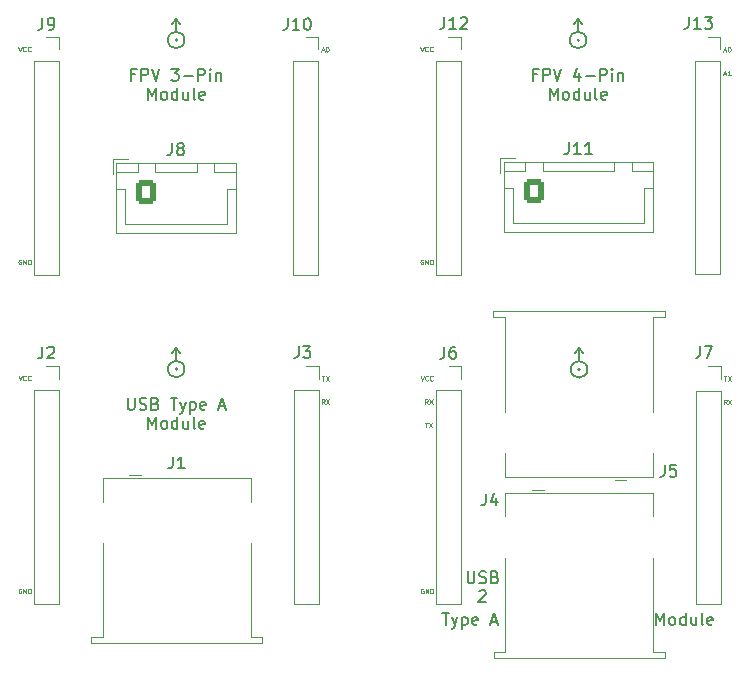
<source format=gbr>
%TF.GenerationSoftware,KiCad,Pcbnew,7.0.7*%
%TF.CreationDate,2023-10-06T19:00:49-06:00*%
%TF.ProjectId,Modular_Interfaces_No_GigE,4d6f6475-6c61-4725-9f49-6e7465726661,rev?*%
%TF.SameCoordinates,Original*%
%TF.FileFunction,Legend,Top*%
%TF.FilePolarity,Positive*%
%FSLAX46Y46*%
G04 Gerber Fmt 4.6, Leading zero omitted, Abs format (unit mm)*
G04 Created by KiCad (PCBNEW 7.0.7) date 2023-10-06 19:00:49*
%MOMM*%
%LPD*%
G01*
G04 APERTURE LIST*
G04 Aperture macros list*
%AMRoundRect*
0 Rectangle with rounded corners*
0 $1 Rounding radius*
0 $2 $3 $4 $5 $6 $7 $8 $9 X,Y pos of 4 corners*
0 Add a 4 corners polygon primitive as box body*
4,1,4,$2,$3,$4,$5,$6,$7,$8,$9,$2,$3,0*
0 Add four circle primitives for the rounded corners*
1,1,$1+$1,$2,$3*
1,1,$1+$1,$4,$5*
1,1,$1+$1,$6,$7*
1,1,$1+$1,$8,$9*
0 Add four rect primitives between the rounded corners*
20,1,$1+$1,$2,$3,$4,$5,0*
20,1,$1+$1,$4,$5,$6,$7,0*
20,1,$1+$1,$6,$7,$8,$9,0*
20,1,$1+$1,$8,$9,$2,$3,0*%
G04 Aperture macros list end*
%ADD10C,0.100000*%
%ADD11C,0.150000*%
%ADD12C,0.120000*%
%ADD13RoundRect,0.250000X-0.600000X-0.725000X0.600000X-0.725000X0.600000X0.725000X-0.600000X0.725000X0*%
%ADD14O,1.700000X1.950000*%
%ADD15R,1.350000X1.350000*%
%ADD16O,1.350000X1.350000*%
%ADD17R,1.600000X1.600000*%
%ADD18C,1.600000*%
%ADD19C,3.000000*%
G04 APERTURE END LIST*
D10*
X96088944Y-83930894D02*
X96050849Y-83911846D01*
X96050849Y-83911846D02*
X95993706Y-83911846D01*
X95993706Y-83911846D02*
X95936563Y-83930894D01*
X95936563Y-83930894D02*
X95898468Y-83968989D01*
X95898468Y-83968989D02*
X95879421Y-84007084D01*
X95879421Y-84007084D02*
X95860373Y-84083275D01*
X95860373Y-84083275D02*
X95860373Y-84140418D01*
X95860373Y-84140418D02*
X95879421Y-84216608D01*
X95879421Y-84216608D02*
X95898468Y-84254703D01*
X95898468Y-84254703D02*
X95936563Y-84292799D01*
X95936563Y-84292799D02*
X95993706Y-84311846D01*
X95993706Y-84311846D02*
X96031802Y-84311846D01*
X96031802Y-84311846D02*
X96088944Y-84292799D01*
X96088944Y-84292799D02*
X96107992Y-84273751D01*
X96107992Y-84273751D02*
X96107992Y-84140418D01*
X96107992Y-84140418D02*
X96031802Y-84140418D01*
X96279421Y-84311846D02*
X96279421Y-83911846D01*
X96279421Y-83911846D02*
X96507992Y-84311846D01*
X96507992Y-84311846D02*
X96507992Y-83911846D01*
X96698469Y-84311846D02*
X96698469Y-83911846D01*
X96698469Y-83911846D02*
X96793707Y-83911846D01*
X96793707Y-83911846D02*
X96850850Y-83930894D01*
X96850850Y-83930894D02*
X96888945Y-83968989D01*
X96888945Y-83968989D02*
X96907992Y-84007084D01*
X96907992Y-84007084D02*
X96927040Y-84083275D01*
X96927040Y-84083275D02*
X96927040Y-84140418D01*
X96927040Y-84140418D02*
X96907992Y-84216608D01*
X96907992Y-84216608D02*
X96888945Y-84254703D01*
X96888945Y-84254703D02*
X96850850Y-84292799D01*
X96850850Y-84292799D02*
X96793707Y-84311846D01*
X96793707Y-84311846D02*
X96698469Y-84311846D01*
X121535438Y-93770647D02*
X121764009Y-93770647D01*
X121649723Y-94170647D02*
X121649723Y-93770647D01*
X121859247Y-93770647D02*
X122125914Y-94170647D01*
X122125914Y-93770647D02*
X121859247Y-94170647D01*
D11*
X133880295Y-110308819D02*
X133880295Y-111118342D01*
X133880295Y-111118342D02*
X133927914Y-111213580D01*
X133927914Y-111213580D02*
X133975533Y-111261200D01*
X133975533Y-111261200D02*
X134070771Y-111308819D01*
X134070771Y-111308819D02*
X134261247Y-111308819D01*
X134261247Y-111308819D02*
X134356485Y-111261200D01*
X134356485Y-111261200D02*
X134404104Y-111213580D01*
X134404104Y-111213580D02*
X134451723Y-111118342D01*
X134451723Y-111118342D02*
X134451723Y-110308819D01*
X134880295Y-111261200D02*
X135023152Y-111308819D01*
X135023152Y-111308819D02*
X135261247Y-111308819D01*
X135261247Y-111308819D02*
X135356485Y-111261200D01*
X135356485Y-111261200D02*
X135404104Y-111213580D01*
X135404104Y-111213580D02*
X135451723Y-111118342D01*
X135451723Y-111118342D02*
X135451723Y-111023104D01*
X135451723Y-111023104D02*
X135404104Y-110927866D01*
X135404104Y-110927866D02*
X135356485Y-110880247D01*
X135356485Y-110880247D02*
X135261247Y-110832628D01*
X135261247Y-110832628D02*
X135070771Y-110785009D01*
X135070771Y-110785009D02*
X134975533Y-110737390D01*
X134975533Y-110737390D02*
X134927914Y-110689771D01*
X134927914Y-110689771D02*
X134880295Y-110594533D01*
X134880295Y-110594533D02*
X134880295Y-110499295D01*
X134880295Y-110499295D02*
X134927914Y-110404057D01*
X134927914Y-110404057D02*
X134975533Y-110356438D01*
X134975533Y-110356438D02*
X135070771Y-110308819D01*
X135070771Y-110308819D02*
X135308866Y-110308819D01*
X135308866Y-110308819D02*
X135451723Y-110356438D01*
X136213628Y-110785009D02*
X136356485Y-110832628D01*
X136356485Y-110832628D02*
X136404104Y-110880247D01*
X136404104Y-110880247D02*
X136451723Y-110975485D01*
X136451723Y-110975485D02*
X136451723Y-111118342D01*
X136451723Y-111118342D02*
X136404104Y-111213580D01*
X136404104Y-111213580D02*
X136356485Y-111261200D01*
X136356485Y-111261200D02*
X136261247Y-111308819D01*
X136261247Y-111308819D02*
X135880295Y-111308819D01*
X135880295Y-111308819D02*
X135880295Y-110308819D01*
X135880295Y-110308819D02*
X136213628Y-110308819D01*
X136213628Y-110308819D02*
X136308866Y-110356438D01*
X136308866Y-110356438D02*
X136356485Y-110404057D01*
X136356485Y-110404057D02*
X136404104Y-110499295D01*
X136404104Y-110499295D02*
X136404104Y-110594533D01*
X136404104Y-110594533D02*
X136356485Y-110689771D01*
X136356485Y-110689771D02*
X136308866Y-110737390D01*
X136308866Y-110737390D02*
X136213628Y-110785009D01*
X136213628Y-110785009D02*
X135880295Y-110785009D01*
X134856486Y-112014057D02*
X134904105Y-111966438D01*
X134904105Y-111966438D02*
X134999343Y-111918819D01*
X134999343Y-111918819D02*
X135237438Y-111918819D01*
X135237438Y-111918819D02*
X135332676Y-111966438D01*
X135332676Y-111966438D02*
X135380295Y-112014057D01*
X135380295Y-112014057D02*
X135427914Y-112109295D01*
X135427914Y-112109295D02*
X135427914Y-112204533D01*
X135427914Y-112204533D02*
X135380295Y-112347390D01*
X135380295Y-112347390D02*
X134808867Y-112918819D01*
X134808867Y-112918819D02*
X135427914Y-112918819D01*
D10*
X95866867Y-93750647D02*
X96000200Y-94150647D01*
X96000200Y-94150647D02*
X96133533Y-93750647D01*
X96495438Y-94112552D02*
X96476390Y-94131600D01*
X96476390Y-94131600D02*
X96419248Y-94150647D01*
X96419248Y-94150647D02*
X96381152Y-94150647D01*
X96381152Y-94150647D02*
X96324009Y-94131600D01*
X96324009Y-94131600D02*
X96285914Y-94093504D01*
X96285914Y-94093504D02*
X96266867Y-94055409D01*
X96266867Y-94055409D02*
X96247819Y-93979219D01*
X96247819Y-93979219D02*
X96247819Y-93922076D01*
X96247819Y-93922076D02*
X96266867Y-93845885D01*
X96266867Y-93845885D02*
X96285914Y-93807790D01*
X96285914Y-93807790D02*
X96324009Y-93769695D01*
X96324009Y-93769695D02*
X96381152Y-93750647D01*
X96381152Y-93750647D02*
X96419248Y-93750647D01*
X96419248Y-93750647D02*
X96476390Y-93769695D01*
X96476390Y-93769695D02*
X96495438Y-93788742D01*
X96895438Y-94112552D02*
X96876390Y-94131600D01*
X96876390Y-94131600D02*
X96819248Y-94150647D01*
X96819248Y-94150647D02*
X96781152Y-94150647D01*
X96781152Y-94150647D02*
X96724009Y-94131600D01*
X96724009Y-94131600D02*
X96685914Y-94093504D01*
X96685914Y-94093504D02*
X96666867Y-94055409D01*
X96666867Y-94055409D02*
X96647819Y-93979219D01*
X96647819Y-93979219D02*
X96647819Y-93922076D01*
X96647819Y-93922076D02*
X96666867Y-93845885D01*
X96666867Y-93845885D02*
X96685914Y-93807790D01*
X96685914Y-93807790D02*
X96724009Y-93769695D01*
X96724009Y-93769695D02*
X96781152Y-93750647D01*
X96781152Y-93750647D02*
X96819248Y-93750647D01*
X96819248Y-93750647D02*
X96876390Y-93769695D01*
X96876390Y-93769695D02*
X96895438Y-93788742D01*
X155577793Y-68196760D02*
X155768269Y-68196760D01*
X155539698Y-68311046D02*
X155673031Y-67911046D01*
X155673031Y-67911046D02*
X155806364Y-68311046D01*
X156149221Y-68311046D02*
X155920650Y-68311046D01*
X156034936Y-68311046D02*
X156034936Y-67911046D01*
X156034936Y-67911046D02*
X155996840Y-67968189D01*
X155996840Y-67968189D02*
X155958745Y-68006284D01*
X155958745Y-68006284D02*
X155920650Y-68025332D01*
X130137637Y-111798695D02*
X130099542Y-111779647D01*
X130099542Y-111779647D02*
X130042399Y-111779647D01*
X130042399Y-111779647D02*
X129985256Y-111798695D01*
X129985256Y-111798695D02*
X129947161Y-111836790D01*
X129947161Y-111836790D02*
X129928114Y-111874885D01*
X129928114Y-111874885D02*
X129909066Y-111951076D01*
X129909066Y-111951076D02*
X129909066Y-112008219D01*
X129909066Y-112008219D02*
X129928114Y-112084409D01*
X129928114Y-112084409D02*
X129947161Y-112122504D01*
X129947161Y-112122504D02*
X129985256Y-112160600D01*
X129985256Y-112160600D02*
X130042399Y-112179647D01*
X130042399Y-112179647D02*
X130080495Y-112179647D01*
X130080495Y-112179647D02*
X130137637Y-112160600D01*
X130137637Y-112160600D02*
X130156685Y-112141552D01*
X130156685Y-112141552D02*
X130156685Y-112008219D01*
X130156685Y-112008219D02*
X130080495Y-112008219D01*
X130328114Y-112179647D02*
X130328114Y-111779647D01*
X130328114Y-111779647D02*
X130556685Y-112179647D01*
X130556685Y-112179647D02*
X130556685Y-111779647D01*
X130747162Y-112179647D02*
X130747162Y-111779647D01*
X130747162Y-111779647D02*
X130842400Y-111779647D01*
X130842400Y-111779647D02*
X130899543Y-111798695D01*
X130899543Y-111798695D02*
X130937638Y-111836790D01*
X130937638Y-111836790D02*
X130956685Y-111874885D01*
X130956685Y-111874885D02*
X130975733Y-111951076D01*
X130975733Y-111951076D02*
X130975733Y-112008219D01*
X130975733Y-112008219D02*
X130956685Y-112084409D01*
X130956685Y-112084409D02*
X130937638Y-112122504D01*
X130937638Y-112122504D02*
X130899543Y-112160600D01*
X130899543Y-112160600D02*
X130842400Y-112179647D01*
X130842400Y-112179647D02*
X130747162Y-112179647D01*
X129890374Y-65891846D02*
X130023707Y-66291846D01*
X130023707Y-66291846D02*
X130157040Y-65891846D01*
X130518945Y-66253751D02*
X130499897Y-66272799D01*
X130499897Y-66272799D02*
X130442755Y-66291846D01*
X130442755Y-66291846D02*
X130404659Y-66291846D01*
X130404659Y-66291846D02*
X130347516Y-66272799D01*
X130347516Y-66272799D02*
X130309421Y-66234703D01*
X130309421Y-66234703D02*
X130290374Y-66196608D01*
X130290374Y-66196608D02*
X130271326Y-66120418D01*
X130271326Y-66120418D02*
X130271326Y-66063275D01*
X130271326Y-66063275D02*
X130290374Y-65987084D01*
X130290374Y-65987084D02*
X130309421Y-65948989D01*
X130309421Y-65948989D02*
X130347516Y-65910894D01*
X130347516Y-65910894D02*
X130404659Y-65891846D01*
X130404659Y-65891846D02*
X130442755Y-65891846D01*
X130442755Y-65891846D02*
X130499897Y-65910894D01*
X130499897Y-65910894D02*
X130518945Y-65929941D01*
X130918945Y-66253751D02*
X130899897Y-66272799D01*
X130899897Y-66272799D02*
X130842755Y-66291846D01*
X130842755Y-66291846D02*
X130804659Y-66291846D01*
X130804659Y-66291846D02*
X130747516Y-66272799D01*
X130747516Y-66272799D02*
X130709421Y-66234703D01*
X130709421Y-66234703D02*
X130690374Y-66196608D01*
X130690374Y-66196608D02*
X130671326Y-66120418D01*
X130671326Y-66120418D02*
X130671326Y-66063275D01*
X130671326Y-66063275D02*
X130690374Y-65987084D01*
X130690374Y-65987084D02*
X130709421Y-65948989D01*
X130709421Y-65948989D02*
X130747516Y-65910894D01*
X130747516Y-65910894D02*
X130804659Y-65891846D01*
X130804659Y-65891846D02*
X130842755Y-65891846D01*
X130842755Y-65891846D02*
X130899897Y-65910894D01*
X130899897Y-65910894D02*
X130918945Y-65929941D01*
X121547993Y-66197560D02*
X121738469Y-66197560D01*
X121509898Y-66311846D02*
X121643231Y-65911846D01*
X121643231Y-65911846D02*
X121776564Y-66311846D01*
X121986088Y-65911846D02*
X122024183Y-65911846D01*
X122024183Y-65911846D02*
X122062279Y-65930894D01*
X122062279Y-65930894D02*
X122081326Y-65949941D01*
X122081326Y-65949941D02*
X122100374Y-65988037D01*
X122100374Y-65988037D02*
X122119421Y-66064227D01*
X122119421Y-66064227D02*
X122119421Y-66159465D01*
X122119421Y-66159465D02*
X122100374Y-66235656D01*
X122100374Y-66235656D02*
X122081326Y-66273751D01*
X122081326Y-66273751D02*
X122062279Y-66292799D01*
X122062279Y-66292799D02*
X122024183Y-66311846D01*
X122024183Y-66311846D02*
X121986088Y-66311846D01*
X121986088Y-66311846D02*
X121947993Y-66292799D01*
X121947993Y-66292799D02*
X121928945Y-66273751D01*
X121928945Y-66273751D02*
X121909898Y-66235656D01*
X121909898Y-66235656D02*
X121890850Y-66159465D01*
X121890850Y-66159465D02*
X121890850Y-66064227D01*
X121890850Y-66064227D02*
X121909898Y-65988037D01*
X121909898Y-65988037D02*
X121928945Y-65949941D01*
X121928945Y-65949941D02*
X121947993Y-65930894D01*
X121947993Y-65930894D02*
X121986088Y-65911846D01*
X95860374Y-65891846D02*
X95993707Y-66291846D01*
X95993707Y-66291846D02*
X96127040Y-65891846D01*
X96488945Y-66253751D02*
X96469897Y-66272799D01*
X96469897Y-66272799D02*
X96412755Y-66291846D01*
X96412755Y-66291846D02*
X96374659Y-66291846D01*
X96374659Y-66291846D02*
X96317516Y-66272799D01*
X96317516Y-66272799D02*
X96279421Y-66234703D01*
X96279421Y-66234703D02*
X96260374Y-66196608D01*
X96260374Y-66196608D02*
X96241326Y-66120418D01*
X96241326Y-66120418D02*
X96241326Y-66063275D01*
X96241326Y-66063275D02*
X96260374Y-65987084D01*
X96260374Y-65987084D02*
X96279421Y-65948989D01*
X96279421Y-65948989D02*
X96317516Y-65910894D01*
X96317516Y-65910894D02*
X96374659Y-65891846D01*
X96374659Y-65891846D02*
X96412755Y-65891846D01*
X96412755Y-65891846D02*
X96469897Y-65910894D01*
X96469897Y-65910894D02*
X96488945Y-65929941D01*
X96888945Y-66253751D02*
X96869897Y-66272799D01*
X96869897Y-66272799D02*
X96812755Y-66291846D01*
X96812755Y-66291846D02*
X96774659Y-66291846D01*
X96774659Y-66291846D02*
X96717516Y-66272799D01*
X96717516Y-66272799D02*
X96679421Y-66234703D01*
X96679421Y-66234703D02*
X96660374Y-66196608D01*
X96660374Y-66196608D02*
X96641326Y-66120418D01*
X96641326Y-66120418D02*
X96641326Y-66063275D01*
X96641326Y-66063275D02*
X96660374Y-65987084D01*
X96660374Y-65987084D02*
X96679421Y-65948989D01*
X96679421Y-65948989D02*
X96717516Y-65910894D01*
X96717516Y-65910894D02*
X96774659Y-65891846D01*
X96774659Y-65891846D02*
X96812755Y-65891846D01*
X96812755Y-65891846D02*
X96869897Y-65910894D01*
X96869897Y-65910894D02*
X96888945Y-65929941D01*
D11*
X149861247Y-114843819D02*
X149861247Y-113843819D01*
X149861247Y-113843819D02*
X150194580Y-114558104D01*
X150194580Y-114558104D02*
X150527913Y-113843819D01*
X150527913Y-113843819D02*
X150527913Y-114843819D01*
X151146961Y-114843819D02*
X151051723Y-114796200D01*
X151051723Y-114796200D02*
X151004104Y-114748580D01*
X151004104Y-114748580D02*
X150956485Y-114653342D01*
X150956485Y-114653342D02*
X150956485Y-114367628D01*
X150956485Y-114367628D02*
X151004104Y-114272390D01*
X151004104Y-114272390D02*
X151051723Y-114224771D01*
X151051723Y-114224771D02*
X151146961Y-114177152D01*
X151146961Y-114177152D02*
X151289818Y-114177152D01*
X151289818Y-114177152D02*
X151385056Y-114224771D01*
X151385056Y-114224771D02*
X151432675Y-114272390D01*
X151432675Y-114272390D02*
X151480294Y-114367628D01*
X151480294Y-114367628D02*
X151480294Y-114653342D01*
X151480294Y-114653342D02*
X151432675Y-114748580D01*
X151432675Y-114748580D02*
X151385056Y-114796200D01*
X151385056Y-114796200D02*
X151289818Y-114843819D01*
X151289818Y-114843819D02*
X151146961Y-114843819D01*
X152337437Y-114843819D02*
X152337437Y-113843819D01*
X152337437Y-114796200D02*
X152242199Y-114843819D01*
X152242199Y-114843819D02*
X152051723Y-114843819D01*
X152051723Y-114843819D02*
X151956485Y-114796200D01*
X151956485Y-114796200D02*
X151908866Y-114748580D01*
X151908866Y-114748580D02*
X151861247Y-114653342D01*
X151861247Y-114653342D02*
X151861247Y-114367628D01*
X151861247Y-114367628D02*
X151908866Y-114272390D01*
X151908866Y-114272390D02*
X151956485Y-114224771D01*
X151956485Y-114224771D02*
X152051723Y-114177152D01*
X152051723Y-114177152D02*
X152242199Y-114177152D01*
X152242199Y-114177152D02*
X152337437Y-114224771D01*
X153242199Y-114177152D02*
X153242199Y-114843819D01*
X152813628Y-114177152D02*
X152813628Y-114700961D01*
X152813628Y-114700961D02*
X152861247Y-114796200D01*
X152861247Y-114796200D02*
X152956485Y-114843819D01*
X152956485Y-114843819D02*
X153099342Y-114843819D01*
X153099342Y-114843819D02*
X153194580Y-114796200D01*
X153194580Y-114796200D02*
X153242199Y-114748580D01*
X153861247Y-114843819D02*
X153766009Y-114796200D01*
X153766009Y-114796200D02*
X153718390Y-114700961D01*
X153718390Y-114700961D02*
X153718390Y-113843819D01*
X154623152Y-114796200D02*
X154527914Y-114843819D01*
X154527914Y-114843819D02*
X154337438Y-114843819D01*
X154337438Y-114843819D02*
X154242200Y-114796200D01*
X154242200Y-114796200D02*
X154194581Y-114700961D01*
X154194581Y-114700961D02*
X154194581Y-114320009D01*
X154194581Y-114320009D02*
X154242200Y-114224771D01*
X154242200Y-114224771D02*
X154337438Y-114177152D01*
X154337438Y-114177152D02*
X154527914Y-114177152D01*
X154527914Y-114177152D02*
X154623152Y-114224771D01*
X154623152Y-114224771D02*
X154670771Y-114320009D01*
X154670771Y-114320009D02*
X154670771Y-114415247D01*
X154670771Y-114415247D02*
X154194581Y-114510485D01*
D10*
X130287438Y-97728847D02*
X130516009Y-97728847D01*
X130401723Y-98128847D02*
X130401723Y-97728847D01*
X130611247Y-97728847D02*
X130877914Y-98128847D01*
X130877914Y-97728847D02*
X130611247Y-98128847D01*
X96095437Y-111789695D02*
X96057342Y-111770647D01*
X96057342Y-111770647D02*
X96000199Y-111770647D01*
X96000199Y-111770647D02*
X95943056Y-111789695D01*
X95943056Y-111789695D02*
X95904961Y-111827790D01*
X95904961Y-111827790D02*
X95885914Y-111865885D01*
X95885914Y-111865885D02*
X95866866Y-111942076D01*
X95866866Y-111942076D02*
X95866866Y-111999219D01*
X95866866Y-111999219D02*
X95885914Y-112075409D01*
X95885914Y-112075409D02*
X95904961Y-112113504D01*
X95904961Y-112113504D02*
X95943056Y-112151600D01*
X95943056Y-112151600D02*
X96000199Y-112170647D01*
X96000199Y-112170647D02*
X96038295Y-112170647D01*
X96038295Y-112170647D02*
X96095437Y-112151600D01*
X96095437Y-112151600D02*
X96114485Y-112132552D01*
X96114485Y-112132552D02*
X96114485Y-111999219D01*
X96114485Y-111999219D02*
X96038295Y-111999219D01*
X96285914Y-112170647D02*
X96285914Y-111770647D01*
X96285914Y-111770647D02*
X96514485Y-112170647D01*
X96514485Y-112170647D02*
X96514485Y-111770647D01*
X96704962Y-112170647D02*
X96704962Y-111770647D01*
X96704962Y-111770647D02*
X96800200Y-111770647D01*
X96800200Y-111770647D02*
X96857343Y-111789695D01*
X96857343Y-111789695D02*
X96895438Y-111827790D01*
X96895438Y-111827790D02*
X96914485Y-111865885D01*
X96914485Y-111865885D02*
X96933533Y-111942076D01*
X96933533Y-111942076D02*
X96933533Y-111999219D01*
X96933533Y-111999219D02*
X96914485Y-112075409D01*
X96914485Y-112075409D02*
X96895438Y-112113504D01*
X96895438Y-112113504D02*
X96857343Y-112151600D01*
X96857343Y-112151600D02*
X96800200Y-112170647D01*
X96800200Y-112170647D02*
X96704962Y-112170647D01*
X121773533Y-96160647D02*
X121640200Y-95970171D01*
X121544962Y-96160647D02*
X121544962Y-95760647D01*
X121544962Y-95760647D02*
X121697343Y-95760647D01*
X121697343Y-95760647D02*
X121735438Y-95779695D01*
X121735438Y-95779695D02*
X121754485Y-95798742D01*
X121754485Y-95798742D02*
X121773533Y-95836838D01*
X121773533Y-95836838D02*
X121773533Y-95893980D01*
X121773533Y-95893980D02*
X121754485Y-95932076D01*
X121754485Y-95932076D02*
X121735438Y-95951123D01*
X121735438Y-95951123D02*
X121697343Y-95970171D01*
X121697343Y-95970171D02*
X121544962Y-95970171D01*
X121906866Y-95760647D02*
X122173533Y-96160647D01*
X122173533Y-95760647D02*
X121906866Y-96160647D01*
X130525533Y-96138847D02*
X130392200Y-95948371D01*
X130296962Y-96138847D02*
X130296962Y-95738847D01*
X130296962Y-95738847D02*
X130449343Y-95738847D01*
X130449343Y-95738847D02*
X130487438Y-95757895D01*
X130487438Y-95757895D02*
X130506485Y-95776942D01*
X130506485Y-95776942D02*
X130525533Y-95815038D01*
X130525533Y-95815038D02*
X130525533Y-95872180D01*
X130525533Y-95872180D02*
X130506485Y-95910276D01*
X130506485Y-95910276D02*
X130487438Y-95929323D01*
X130487438Y-95929323D02*
X130449343Y-95948371D01*
X130449343Y-95948371D02*
X130296962Y-95948371D01*
X130658866Y-95738847D02*
X130925533Y-96138847D01*
X130925533Y-95738847D02*
X130658866Y-96138847D01*
X155815733Y-96169647D02*
X155682400Y-95979171D01*
X155587162Y-96169647D02*
X155587162Y-95769647D01*
X155587162Y-95769647D02*
X155739543Y-95769647D01*
X155739543Y-95769647D02*
X155777638Y-95788695D01*
X155777638Y-95788695D02*
X155796685Y-95807742D01*
X155796685Y-95807742D02*
X155815733Y-95845838D01*
X155815733Y-95845838D02*
X155815733Y-95902980D01*
X155815733Y-95902980D02*
X155796685Y-95941076D01*
X155796685Y-95941076D02*
X155777638Y-95960123D01*
X155777638Y-95960123D02*
X155739543Y-95979171D01*
X155739543Y-95979171D02*
X155587162Y-95979171D01*
X155949066Y-95769647D02*
X156215733Y-96169647D01*
X156215733Y-95769647D02*
X155949066Y-96169647D01*
X129909067Y-93759647D02*
X130042400Y-94159647D01*
X130042400Y-94159647D02*
X130175733Y-93759647D01*
X130537638Y-94121552D02*
X130518590Y-94140600D01*
X130518590Y-94140600D02*
X130461448Y-94159647D01*
X130461448Y-94159647D02*
X130423352Y-94159647D01*
X130423352Y-94159647D02*
X130366209Y-94140600D01*
X130366209Y-94140600D02*
X130328114Y-94102504D01*
X130328114Y-94102504D02*
X130309067Y-94064409D01*
X130309067Y-94064409D02*
X130290019Y-93988219D01*
X130290019Y-93988219D02*
X130290019Y-93931076D01*
X130290019Y-93931076D02*
X130309067Y-93854885D01*
X130309067Y-93854885D02*
X130328114Y-93816790D01*
X130328114Y-93816790D02*
X130366209Y-93778695D01*
X130366209Y-93778695D02*
X130423352Y-93759647D01*
X130423352Y-93759647D02*
X130461448Y-93759647D01*
X130461448Y-93759647D02*
X130518590Y-93778695D01*
X130518590Y-93778695D02*
X130537638Y-93797742D01*
X130937638Y-94121552D02*
X130918590Y-94140600D01*
X130918590Y-94140600D02*
X130861448Y-94159647D01*
X130861448Y-94159647D02*
X130823352Y-94159647D01*
X130823352Y-94159647D02*
X130766209Y-94140600D01*
X130766209Y-94140600D02*
X130728114Y-94102504D01*
X130728114Y-94102504D02*
X130709067Y-94064409D01*
X130709067Y-94064409D02*
X130690019Y-93988219D01*
X130690019Y-93988219D02*
X130690019Y-93931076D01*
X130690019Y-93931076D02*
X130709067Y-93854885D01*
X130709067Y-93854885D02*
X130728114Y-93816790D01*
X130728114Y-93816790D02*
X130766209Y-93778695D01*
X130766209Y-93778695D02*
X130823352Y-93759647D01*
X130823352Y-93759647D02*
X130861448Y-93759647D01*
X130861448Y-93759647D02*
X130918590Y-93778695D01*
X130918590Y-93778695D02*
X130937638Y-93797742D01*
D11*
X139784126Y-68246008D02*
X139450793Y-68246008D01*
X139450793Y-68769818D02*
X139450793Y-67769818D01*
X139450793Y-67769818D02*
X139926983Y-67769818D01*
X140307936Y-68769818D02*
X140307936Y-67769818D01*
X140307936Y-67769818D02*
X140688888Y-67769818D01*
X140688888Y-67769818D02*
X140784126Y-67817437D01*
X140784126Y-67817437D02*
X140831745Y-67865056D01*
X140831745Y-67865056D02*
X140879364Y-67960294D01*
X140879364Y-67960294D02*
X140879364Y-68103151D01*
X140879364Y-68103151D02*
X140831745Y-68198389D01*
X140831745Y-68198389D02*
X140784126Y-68246008D01*
X140784126Y-68246008D02*
X140688888Y-68293627D01*
X140688888Y-68293627D02*
X140307936Y-68293627D01*
X141165079Y-67769818D02*
X141498412Y-68769818D01*
X141498412Y-68769818D02*
X141831745Y-67769818D01*
X143355555Y-68103151D02*
X143355555Y-68769818D01*
X143117460Y-67722199D02*
X142879365Y-68436484D01*
X142879365Y-68436484D02*
X143498412Y-68436484D01*
X143879365Y-68388865D02*
X144641270Y-68388865D01*
X145117460Y-68769818D02*
X145117460Y-67769818D01*
X145117460Y-67769818D02*
X145498412Y-67769818D01*
X145498412Y-67769818D02*
X145593650Y-67817437D01*
X145593650Y-67817437D02*
X145641269Y-67865056D01*
X145641269Y-67865056D02*
X145688888Y-67960294D01*
X145688888Y-67960294D02*
X145688888Y-68103151D01*
X145688888Y-68103151D02*
X145641269Y-68198389D01*
X145641269Y-68198389D02*
X145593650Y-68246008D01*
X145593650Y-68246008D02*
X145498412Y-68293627D01*
X145498412Y-68293627D02*
X145117460Y-68293627D01*
X146117460Y-68769818D02*
X146117460Y-68103151D01*
X146117460Y-67769818D02*
X146069841Y-67817437D01*
X146069841Y-67817437D02*
X146117460Y-67865056D01*
X146117460Y-67865056D02*
X146165079Y-67817437D01*
X146165079Y-67817437D02*
X146117460Y-67769818D01*
X146117460Y-67769818D02*
X146117460Y-67865056D01*
X146593650Y-68103151D02*
X146593650Y-68769818D01*
X146593650Y-68198389D02*
X146641269Y-68150770D01*
X146641269Y-68150770D02*
X146736507Y-68103151D01*
X146736507Y-68103151D02*
X146879364Y-68103151D01*
X146879364Y-68103151D02*
X146974602Y-68150770D01*
X146974602Y-68150770D02*
X147022221Y-68246008D01*
X147022221Y-68246008D02*
X147022221Y-68769818D01*
X140855554Y-70379818D02*
X140855554Y-69379818D01*
X140855554Y-69379818D02*
X141188887Y-70094103D01*
X141188887Y-70094103D02*
X141522220Y-69379818D01*
X141522220Y-69379818D02*
X141522220Y-70379818D01*
X142141268Y-70379818D02*
X142046030Y-70332199D01*
X142046030Y-70332199D02*
X141998411Y-70284579D01*
X141998411Y-70284579D02*
X141950792Y-70189341D01*
X141950792Y-70189341D02*
X141950792Y-69903627D01*
X141950792Y-69903627D02*
X141998411Y-69808389D01*
X141998411Y-69808389D02*
X142046030Y-69760770D01*
X142046030Y-69760770D02*
X142141268Y-69713151D01*
X142141268Y-69713151D02*
X142284125Y-69713151D01*
X142284125Y-69713151D02*
X142379363Y-69760770D01*
X142379363Y-69760770D02*
X142426982Y-69808389D01*
X142426982Y-69808389D02*
X142474601Y-69903627D01*
X142474601Y-69903627D02*
X142474601Y-70189341D01*
X142474601Y-70189341D02*
X142426982Y-70284579D01*
X142426982Y-70284579D02*
X142379363Y-70332199D01*
X142379363Y-70332199D02*
X142284125Y-70379818D01*
X142284125Y-70379818D02*
X142141268Y-70379818D01*
X143331744Y-70379818D02*
X143331744Y-69379818D01*
X143331744Y-70332199D02*
X143236506Y-70379818D01*
X143236506Y-70379818D02*
X143046030Y-70379818D01*
X143046030Y-70379818D02*
X142950792Y-70332199D01*
X142950792Y-70332199D02*
X142903173Y-70284579D01*
X142903173Y-70284579D02*
X142855554Y-70189341D01*
X142855554Y-70189341D02*
X142855554Y-69903627D01*
X142855554Y-69903627D02*
X142903173Y-69808389D01*
X142903173Y-69808389D02*
X142950792Y-69760770D01*
X142950792Y-69760770D02*
X143046030Y-69713151D01*
X143046030Y-69713151D02*
X143236506Y-69713151D01*
X143236506Y-69713151D02*
X143331744Y-69760770D01*
X144236506Y-69713151D02*
X144236506Y-70379818D01*
X143807935Y-69713151D02*
X143807935Y-70236960D01*
X143807935Y-70236960D02*
X143855554Y-70332199D01*
X143855554Y-70332199D02*
X143950792Y-70379818D01*
X143950792Y-70379818D02*
X144093649Y-70379818D01*
X144093649Y-70379818D02*
X144188887Y-70332199D01*
X144188887Y-70332199D02*
X144236506Y-70284579D01*
X144855554Y-70379818D02*
X144760316Y-70332199D01*
X144760316Y-70332199D02*
X144712697Y-70236960D01*
X144712697Y-70236960D02*
X144712697Y-69379818D01*
X145617459Y-70332199D02*
X145522221Y-70379818D01*
X145522221Y-70379818D02*
X145331745Y-70379818D01*
X145331745Y-70379818D02*
X145236507Y-70332199D01*
X145236507Y-70332199D02*
X145188888Y-70236960D01*
X145188888Y-70236960D02*
X145188888Y-69856008D01*
X145188888Y-69856008D02*
X145236507Y-69760770D01*
X145236507Y-69760770D02*
X145331745Y-69713151D01*
X145331745Y-69713151D02*
X145522221Y-69713151D01*
X145522221Y-69713151D02*
X145617459Y-69760770D01*
X145617459Y-69760770D02*
X145665078Y-69856008D01*
X145665078Y-69856008D02*
X145665078Y-69951246D01*
X145665078Y-69951246D02*
X145188888Y-70046484D01*
X105117761Y-95628619D02*
X105117761Y-96438142D01*
X105117761Y-96438142D02*
X105165380Y-96533380D01*
X105165380Y-96533380D02*
X105212999Y-96581000D01*
X105212999Y-96581000D02*
X105308237Y-96628619D01*
X105308237Y-96628619D02*
X105498713Y-96628619D01*
X105498713Y-96628619D02*
X105593951Y-96581000D01*
X105593951Y-96581000D02*
X105641570Y-96533380D01*
X105641570Y-96533380D02*
X105689189Y-96438142D01*
X105689189Y-96438142D02*
X105689189Y-95628619D01*
X106117761Y-96581000D02*
X106260618Y-96628619D01*
X106260618Y-96628619D02*
X106498713Y-96628619D01*
X106498713Y-96628619D02*
X106593951Y-96581000D01*
X106593951Y-96581000D02*
X106641570Y-96533380D01*
X106641570Y-96533380D02*
X106689189Y-96438142D01*
X106689189Y-96438142D02*
X106689189Y-96342904D01*
X106689189Y-96342904D02*
X106641570Y-96247666D01*
X106641570Y-96247666D02*
X106593951Y-96200047D01*
X106593951Y-96200047D02*
X106498713Y-96152428D01*
X106498713Y-96152428D02*
X106308237Y-96104809D01*
X106308237Y-96104809D02*
X106212999Y-96057190D01*
X106212999Y-96057190D02*
X106165380Y-96009571D01*
X106165380Y-96009571D02*
X106117761Y-95914333D01*
X106117761Y-95914333D02*
X106117761Y-95819095D01*
X106117761Y-95819095D02*
X106165380Y-95723857D01*
X106165380Y-95723857D02*
X106212999Y-95676238D01*
X106212999Y-95676238D02*
X106308237Y-95628619D01*
X106308237Y-95628619D02*
X106546332Y-95628619D01*
X106546332Y-95628619D02*
X106689189Y-95676238D01*
X107451094Y-96104809D02*
X107593951Y-96152428D01*
X107593951Y-96152428D02*
X107641570Y-96200047D01*
X107641570Y-96200047D02*
X107689189Y-96295285D01*
X107689189Y-96295285D02*
X107689189Y-96438142D01*
X107689189Y-96438142D02*
X107641570Y-96533380D01*
X107641570Y-96533380D02*
X107593951Y-96581000D01*
X107593951Y-96581000D02*
X107498713Y-96628619D01*
X107498713Y-96628619D02*
X107117761Y-96628619D01*
X107117761Y-96628619D02*
X107117761Y-95628619D01*
X107117761Y-95628619D02*
X107451094Y-95628619D01*
X107451094Y-95628619D02*
X107546332Y-95676238D01*
X107546332Y-95676238D02*
X107593951Y-95723857D01*
X107593951Y-95723857D02*
X107641570Y-95819095D01*
X107641570Y-95819095D02*
X107641570Y-95914333D01*
X107641570Y-95914333D02*
X107593951Y-96009571D01*
X107593951Y-96009571D02*
X107546332Y-96057190D01*
X107546332Y-96057190D02*
X107451094Y-96104809D01*
X107451094Y-96104809D02*
X107117761Y-96104809D01*
X108736809Y-95628619D02*
X109308237Y-95628619D01*
X109022523Y-96628619D02*
X109022523Y-95628619D01*
X109546333Y-95961952D02*
X109784428Y-96628619D01*
X110022523Y-95961952D02*
X109784428Y-96628619D01*
X109784428Y-96628619D02*
X109689190Y-96866714D01*
X109689190Y-96866714D02*
X109641571Y-96914333D01*
X109641571Y-96914333D02*
X109546333Y-96961952D01*
X110403476Y-95961952D02*
X110403476Y-96961952D01*
X110403476Y-96009571D02*
X110498714Y-95961952D01*
X110498714Y-95961952D02*
X110689190Y-95961952D01*
X110689190Y-95961952D02*
X110784428Y-96009571D01*
X110784428Y-96009571D02*
X110832047Y-96057190D01*
X110832047Y-96057190D02*
X110879666Y-96152428D01*
X110879666Y-96152428D02*
X110879666Y-96438142D01*
X110879666Y-96438142D02*
X110832047Y-96533380D01*
X110832047Y-96533380D02*
X110784428Y-96581000D01*
X110784428Y-96581000D02*
X110689190Y-96628619D01*
X110689190Y-96628619D02*
X110498714Y-96628619D01*
X110498714Y-96628619D02*
X110403476Y-96581000D01*
X111689190Y-96581000D02*
X111593952Y-96628619D01*
X111593952Y-96628619D02*
X111403476Y-96628619D01*
X111403476Y-96628619D02*
X111308238Y-96581000D01*
X111308238Y-96581000D02*
X111260619Y-96485761D01*
X111260619Y-96485761D02*
X111260619Y-96104809D01*
X111260619Y-96104809D02*
X111308238Y-96009571D01*
X111308238Y-96009571D02*
X111403476Y-95961952D01*
X111403476Y-95961952D02*
X111593952Y-95961952D01*
X111593952Y-95961952D02*
X111689190Y-96009571D01*
X111689190Y-96009571D02*
X111736809Y-96104809D01*
X111736809Y-96104809D02*
X111736809Y-96200047D01*
X111736809Y-96200047D02*
X111260619Y-96295285D01*
X112879667Y-96342904D02*
X113355857Y-96342904D01*
X112784429Y-96628619D02*
X113117762Y-95628619D01*
X113117762Y-95628619D02*
X113451095Y-96628619D01*
X106832047Y-98238619D02*
X106832047Y-97238619D01*
X106832047Y-97238619D02*
X107165380Y-97952904D01*
X107165380Y-97952904D02*
X107498713Y-97238619D01*
X107498713Y-97238619D02*
X107498713Y-98238619D01*
X108117761Y-98238619D02*
X108022523Y-98191000D01*
X108022523Y-98191000D02*
X107974904Y-98143380D01*
X107974904Y-98143380D02*
X107927285Y-98048142D01*
X107927285Y-98048142D02*
X107927285Y-97762428D01*
X107927285Y-97762428D02*
X107974904Y-97667190D01*
X107974904Y-97667190D02*
X108022523Y-97619571D01*
X108022523Y-97619571D02*
X108117761Y-97571952D01*
X108117761Y-97571952D02*
X108260618Y-97571952D01*
X108260618Y-97571952D02*
X108355856Y-97619571D01*
X108355856Y-97619571D02*
X108403475Y-97667190D01*
X108403475Y-97667190D02*
X108451094Y-97762428D01*
X108451094Y-97762428D02*
X108451094Y-98048142D01*
X108451094Y-98048142D02*
X108403475Y-98143380D01*
X108403475Y-98143380D02*
X108355856Y-98191000D01*
X108355856Y-98191000D02*
X108260618Y-98238619D01*
X108260618Y-98238619D02*
X108117761Y-98238619D01*
X109308237Y-98238619D02*
X109308237Y-97238619D01*
X109308237Y-98191000D02*
X109212999Y-98238619D01*
X109212999Y-98238619D02*
X109022523Y-98238619D01*
X109022523Y-98238619D02*
X108927285Y-98191000D01*
X108927285Y-98191000D02*
X108879666Y-98143380D01*
X108879666Y-98143380D02*
X108832047Y-98048142D01*
X108832047Y-98048142D02*
X108832047Y-97762428D01*
X108832047Y-97762428D02*
X108879666Y-97667190D01*
X108879666Y-97667190D02*
X108927285Y-97619571D01*
X108927285Y-97619571D02*
X109022523Y-97571952D01*
X109022523Y-97571952D02*
X109212999Y-97571952D01*
X109212999Y-97571952D02*
X109308237Y-97619571D01*
X110212999Y-97571952D02*
X110212999Y-98238619D01*
X109784428Y-97571952D02*
X109784428Y-98095761D01*
X109784428Y-98095761D02*
X109832047Y-98191000D01*
X109832047Y-98191000D02*
X109927285Y-98238619D01*
X109927285Y-98238619D02*
X110070142Y-98238619D01*
X110070142Y-98238619D02*
X110165380Y-98191000D01*
X110165380Y-98191000D02*
X110212999Y-98143380D01*
X110832047Y-98238619D02*
X110736809Y-98191000D01*
X110736809Y-98191000D02*
X110689190Y-98095761D01*
X110689190Y-98095761D02*
X110689190Y-97238619D01*
X111593952Y-98191000D02*
X111498714Y-98238619D01*
X111498714Y-98238619D02*
X111308238Y-98238619D01*
X111308238Y-98238619D02*
X111213000Y-98191000D01*
X111213000Y-98191000D02*
X111165381Y-98095761D01*
X111165381Y-98095761D02*
X111165381Y-97714809D01*
X111165381Y-97714809D02*
X111213000Y-97619571D01*
X111213000Y-97619571D02*
X111308238Y-97571952D01*
X111308238Y-97571952D02*
X111498714Y-97571952D01*
X111498714Y-97571952D02*
X111593952Y-97619571D01*
X111593952Y-97619571D02*
X111641571Y-97714809D01*
X111641571Y-97714809D02*
X111641571Y-97810047D01*
X111641571Y-97810047D02*
X111165381Y-97905285D01*
D10*
X155577993Y-66197560D02*
X155768469Y-66197560D01*
X155539898Y-66311846D02*
X155673231Y-65911846D01*
X155673231Y-65911846D02*
X155806564Y-66311846D01*
X156016088Y-65911846D02*
X156054183Y-65911846D01*
X156054183Y-65911846D02*
X156092279Y-65930894D01*
X156092279Y-65930894D02*
X156111326Y-65949941D01*
X156111326Y-65949941D02*
X156130374Y-65988037D01*
X156130374Y-65988037D02*
X156149421Y-66064227D01*
X156149421Y-66064227D02*
X156149421Y-66159465D01*
X156149421Y-66159465D02*
X156130374Y-66235656D01*
X156130374Y-66235656D02*
X156111326Y-66273751D01*
X156111326Y-66273751D02*
X156092279Y-66292799D01*
X156092279Y-66292799D02*
X156054183Y-66311846D01*
X156054183Y-66311846D02*
X156016088Y-66311846D01*
X156016088Y-66311846D02*
X155977993Y-66292799D01*
X155977993Y-66292799D02*
X155958945Y-66273751D01*
X155958945Y-66273751D02*
X155939898Y-66235656D01*
X155939898Y-66235656D02*
X155920850Y-66159465D01*
X155920850Y-66159465D02*
X155920850Y-66064227D01*
X155920850Y-66064227D02*
X155939898Y-65988037D01*
X155939898Y-65988037D02*
X155958945Y-65949941D01*
X155958945Y-65949941D02*
X155977993Y-65930894D01*
X155977993Y-65930894D02*
X156016088Y-65911846D01*
X155577638Y-93779647D02*
X155806209Y-93779647D01*
X155691923Y-94179647D02*
X155691923Y-93779647D01*
X155901447Y-93779647D02*
X156168114Y-94179647D01*
X156168114Y-93779647D02*
X155901447Y-94179647D01*
D11*
X105754126Y-68246008D02*
X105420793Y-68246008D01*
X105420793Y-68769818D02*
X105420793Y-67769818D01*
X105420793Y-67769818D02*
X105896983Y-67769818D01*
X106277936Y-68769818D02*
X106277936Y-67769818D01*
X106277936Y-67769818D02*
X106658888Y-67769818D01*
X106658888Y-67769818D02*
X106754126Y-67817437D01*
X106754126Y-67817437D02*
X106801745Y-67865056D01*
X106801745Y-67865056D02*
X106849364Y-67960294D01*
X106849364Y-67960294D02*
X106849364Y-68103151D01*
X106849364Y-68103151D02*
X106801745Y-68198389D01*
X106801745Y-68198389D02*
X106754126Y-68246008D01*
X106754126Y-68246008D02*
X106658888Y-68293627D01*
X106658888Y-68293627D02*
X106277936Y-68293627D01*
X107135079Y-67769818D02*
X107468412Y-68769818D01*
X107468412Y-68769818D02*
X107801745Y-67769818D01*
X108801746Y-67769818D02*
X109420793Y-67769818D01*
X109420793Y-67769818D02*
X109087460Y-68150770D01*
X109087460Y-68150770D02*
X109230317Y-68150770D01*
X109230317Y-68150770D02*
X109325555Y-68198389D01*
X109325555Y-68198389D02*
X109373174Y-68246008D01*
X109373174Y-68246008D02*
X109420793Y-68341246D01*
X109420793Y-68341246D02*
X109420793Y-68579341D01*
X109420793Y-68579341D02*
X109373174Y-68674579D01*
X109373174Y-68674579D02*
X109325555Y-68722199D01*
X109325555Y-68722199D02*
X109230317Y-68769818D01*
X109230317Y-68769818D02*
X108944603Y-68769818D01*
X108944603Y-68769818D02*
X108849365Y-68722199D01*
X108849365Y-68722199D02*
X108801746Y-68674579D01*
X109849365Y-68388865D02*
X110611270Y-68388865D01*
X111087460Y-68769818D02*
X111087460Y-67769818D01*
X111087460Y-67769818D02*
X111468412Y-67769818D01*
X111468412Y-67769818D02*
X111563650Y-67817437D01*
X111563650Y-67817437D02*
X111611269Y-67865056D01*
X111611269Y-67865056D02*
X111658888Y-67960294D01*
X111658888Y-67960294D02*
X111658888Y-68103151D01*
X111658888Y-68103151D02*
X111611269Y-68198389D01*
X111611269Y-68198389D02*
X111563650Y-68246008D01*
X111563650Y-68246008D02*
X111468412Y-68293627D01*
X111468412Y-68293627D02*
X111087460Y-68293627D01*
X112087460Y-68769818D02*
X112087460Y-68103151D01*
X112087460Y-67769818D02*
X112039841Y-67817437D01*
X112039841Y-67817437D02*
X112087460Y-67865056D01*
X112087460Y-67865056D02*
X112135079Y-67817437D01*
X112135079Y-67817437D02*
X112087460Y-67769818D01*
X112087460Y-67769818D02*
X112087460Y-67865056D01*
X112563650Y-68103151D02*
X112563650Y-68769818D01*
X112563650Y-68198389D02*
X112611269Y-68150770D01*
X112611269Y-68150770D02*
X112706507Y-68103151D01*
X112706507Y-68103151D02*
X112849364Y-68103151D01*
X112849364Y-68103151D02*
X112944602Y-68150770D01*
X112944602Y-68150770D02*
X112992221Y-68246008D01*
X112992221Y-68246008D02*
X112992221Y-68769818D01*
X106825554Y-70379818D02*
X106825554Y-69379818D01*
X106825554Y-69379818D02*
X107158887Y-70094103D01*
X107158887Y-70094103D02*
X107492220Y-69379818D01*
X107492220Y-69379818D02*
X107492220Y-70379818D01*
X108111268Y-70379818D02*
X108016030Y-70332199D01*
X108016030Y-70332199D02*
X107968411Y-70284579D01*
X107968411Y-70284579D02*
X107920792Y-70189341D01*
X107920792Y-70189341D02*
X107920792Y-69903627D01*
X107920792Y-69903627D02*
X107968411Y-69808389D01*
X107968411Y-69808389D02*
X108016030Y-69760770D01*
X108016030Y-69760770D02*
X108111268Y-69713151D01*
X108111268Y-69713151D02*
X108254125Y-69713151D01*
X108254125Y-69713151D02*
X108349363Y-69760770D01*
X108349363Y-69760770D02*
X108396982Y-69808389D01*
X108396982Y-69808389D02*
X108444601Y-69903627D01*
X108444601Y-69903627D02*
X108444601Y-70189341D01*
X108444601Y-70189341D02*
X108396982Y-70284579D01*
X108396982Y-70284579D02*
X108349363Y-70332199D01*
X108349363Y-70332199D02*
X108254125Y-70379818D01*
X108254125Y-70379818D02*
X108111268Y-70379818D01*
X109301744Y-70379818D02*
X109301744Y-69379818D01*
X109301744Y-70332199D02*
X109206506Y-70379818D01*
X109206506Y-70379818D02*
X109016030Y-70379818D01*
X109016030Y-70379818D02*
X108920792Y-70332199D01*
X108920792Y-70332199D02*
X108873173Y-70284579D01*
X108873173Y-70284579D02*
X108825554Y-70189341D01*
X108825554Y-70189341D02*
X108825554Y-69903627D01*
X108825554Y-69903627D02*
X108873173Y-69808389D01*
X108873173Y-69808389D02*
X108920792Y-69760770D01*
X108920792Y-69760770D02*
X109016030Y-69713151D01*
X109016030Y-69713151D02*
X109206506Y-69713151D01*
X109206506Y-69713151D02*
X109301744Y-69760770D01*
X110206506Y-69713151D02*
X110206506Y-70379818D01*
X109777935Y-69713151D02*
X109777935Y-70236960D01*
X109777935Y-70236960D02*
X109825554Y-70332199D01*
X109825554Y-70332199D02*
X109920792Y-70379818D01*
X109920792Y-70379818D02*
X110063649Y-70379818D01*
X110063649Y-70379818D02*
X110158887Y-70332199D01*
X110158887Y-70332199D02*
X110206506Y-70284579D01*
X110825554Y-70379818D02*
X110730316Y-70332199D01*
X110730316Y-70332199D02*
X110682697Y-70236960D01*
X110682697Y-70236960D02*
X110682697Y-69379818D01*
X111587459Y-70332199D02*
X111492221Y-70379818D01*
X111492221Y-70379818D02*
X111301745Y-70379818D01*
X111301745Y-70379818D02*
X111206507Y-70332199D01*
X111206507Y-70332199D02*
X111158888Y-70236960D01*
X111158888Y-70236960D02*
X111158888Y-69856008D01*
X111158888Y-69856008D02*
X111206507Y-69760770D01*
X111206507Y-69760770D02*
X111301745Y-69713151D01*
X111301745Y-69713151D02*
X111492221Y-69713151D01*
X111492221Y-69713151D02*
X111587459Y-69760770D01*
X111587459Y-69760770D02*
X111635078Y-69856008D01*
X111635078Y-69856008D02*
X111635078Y-69951246D01*
X111635078Y-69951246D02*
X111158888Y-70046484D01*
X131745057Y-113853819D02*
X132316485Y-113853819D01*
X132030771Y-114853819D02*
X132030771Y-113853819D01*
X132554581Y-114187152D02*
X132792676Y-114853819D01*
X133030771Y-114187152D02*
X132792676Y-114853819D01*
X132792676Y-114853819D02*
X132697438Y-115091914D01*
X132697438Y-115091914D02*
X132649819Y-115139533D01*
X132649819Y-115139533D02*
X132554581Y-115187152D01*
X133411724Y-114187152D02*
X133411724Y-115187152D01*
X133411724Y-114234771D02*
X133506962Y-114187152D01*
X133506962Y-114187152D02*
X133697438Y-114187152D01*
X133697438Y-114187152D02*
X133792676Y-114234771D01*
X133792676Y-114234771D02*
X133840295Y-114282390D01*
X133840295Y-114282390D02*
X133887914Y-114377628D01*
X133887914Y-114377628D02*
X133887914Y-114663342D01*
X133887914Y-114663342D02*
X133840295Y-114758580D01*
X133840295Y-114758580D02*
X133792676Y-114806200D01*
X133792676Y-114806200D02*
X133697438Y-114853819D01*
X133697438Y-114853819D02*
X133506962Y-114853819D01*
X133506962Y-114853819D02*
X133411724Y-114806200D01*
X134697438Y-114806200D02*
X134602200Y-114853819D01*
X134602200Y-114853819D02*
X134411724Y-114853819D01*
X134411724Y-114853819D02*
X134316486Y-114806200D01*
X134316486Y-114806200D02*
X134268867Y-114710961D01*
X134268867Y-114710961D02*
X134268867Y-114330009D01*
X134268867Y-114330009D02*
X134316486Y-114234771D01*
X134316486Y-114234771D02*
X134411724Y-114187152D01*
X134411724Y-114187152D02*
X134602200Y-114187152D01*
X134602200Y-114187152D02*
X134697438Y-114234771D01*
X134697438Y-114234771D02*
X134745057Y-114330009D01*
X134745057Y-114330009D02*
X134745057Y-114425247D01*
X134745057Y-114425247D02*
X134268867Y-114520485D01*
X135887915Y-114568104D02*
X136364105Y-114568104D01*
X135792677Y-114853819D02*
X136126010Y-113853819D01*
X136126010Y-113853819D02*
X136459343Y-114853819D01*
D10*
X130118944Y-83930894D02*
X130080849Y-83911846D01*
X130080849Y-83911846D02*
X130023706Y-83911846D01*
X130023706Y-83911846D02*
X129966563Y-83930894D01*
X129966563Y-83930894D02*
X129928468Y-83968989D01*
X129928468Y-83968989D02*
X129909421Y-84007084D01*
X129909421Y-84007084D02*
X129890373Y-84083275D01*
X129890373Y-84083275D02*
X129890373Y-84140418D01*
X129890373Y-84140418D02*
X129909421Y-84216608D01*
X129909421Y-84216608D02*
X129928468Y-84254703D01*
X129928468Y-84254703D02*
X129966563Y-84292799D01*
X129966563Y-84292799D02*
X130023706Y-84311846D01*
X130023706Y-84311846D02*
X130061802Y-84311846D01*
X130061802Y-84311846D02*
X130118944Y-84292799D01*
X130118944Y-84292799D02*
X130137992Y-84273751D01*
X130137992Y-84273751D02*
X130137992Y-84140418D01*
X130137992Y-84140418D02*
X130061802Y-84140418D01*
X130309421Y-84311846D02*
X130309421Y-83911846D01*
X130309421Y-83911846D02*
X130537992Y-84311846D01*
X130537992Y-84311846D02*
X130537992Y-83911846D01*
X130728469Y-84311846D02*
X130728469Y-83911846D01*
X130728469Y-83911846D02*
X130823707Y-83911846D01*
X130823707Y-83911846D02*
X130880850Y-83930894D01*
X130880850Y-83930894D02*
X130918945Y-83968989D01*
X130918945Y-83968989D02*
X130937992Y-84007084D01*
X130937992Y-84007084D02*
X130957040Y-84083275D01*
X130957040Y-84083275D02*
X130957040Y-84140418D01*
X130957040Y-84140418D02*
X130937992Y-84216608D01*
X130937992Y-84216608D02*
X130918945Y-84254703D01*
X130918945Y-84254703D02*
X130880850Y-84292799D01*
X130880850Y-84292799D02*
X130823707Y-84311846D01*
X130823707Y-84311846D02*
X130728469Y-84311846D01*
D11*
X142463983Y-73996018D02*
X142463983Y-74710303D01*
X142463983Y-74710303D02*
X142416364Y-74853160D01*
X142416364Y-74853160D02*
X142321126Y-74948399D01*
X142321126Y-74948399D02*
X142178269Y-74996018D01*
X142178269Y-74996018D02*
X142083031Y-74996018D01*
X143463983Y-74996018D02*
X142892555Y-74996018D01*
X143178269Y-74996018D02*
X143178269Y-73996018D01*
X143178269Y-73996018D02*
X143083031Y-74138875D01*
X143083031Y-74138875D02*
X142987793Y-74234113D01*
X142987793Y-74234113D02*
X142892555Y-74281732D01*
X144416364Y-74996018D02*
X143844936Y-74996018D01*
X144130650Y-74996018D02*
X144130650Y-73996018D01*
X144130650Y-73996018D02*
X144035412Y-74138875D01*
X144035412Y-74138875D02*
X143940174Y-74234113D01*
X143940174Y-74234113D02*
X143844936Y-74281732D01*
X152620476Y-63374819D02*
X152620476Y-64089104D01*
X152620476Y-64089104D02*
X152572857Y-64231961D01*
X152572857Y-64231961D02*
X152477619Y-64327200D01*
X152477619Y-64327200D02*
X152334762Y-64374819D01*
X152334762Y-64374819D02*
X152239524Y-64374819D01*
X153620476Y-64374819D02*
X153049048Y-64374819D01*
X153334762Y-64374819D02*
X153334762Y-63374819D01*
X153334762Y-63374819D02*
X153239524Y-63517676D01*
X153239524Y-63517676D02*
X153144286Y-63612914D01*
X153144286Y-63612914D02*
X153049048Y-63660533D01*
X153953810Y-63374819D02*
X154572857Y-63374819D01*
X154572857Y-63374819D02*
X154239524Y-63755771D01*
X154239524Y-63755771D02*
X154382381Y-63755771D01*
X154382381Y-63755771D02*
X154477619Y-63803390D01*
X154477619Y-63803390D02*
X154525238Y-63851009D01*
X154525238Y-63851009D02*
X154572857Y-63946247D01*
X154572857Y-63946247D02*
X154572857Y-64184342D01*
X154572857Y-64184342D02*
X154525238Y-64279580D01*
X154525238Y-64279580D02*
X154477619Y-64327200D01*
X154477619Y-64327200D02*
X154382381Y-64374819D01*
X154382381Y-64374819D02*
X154096667Y-64374819D01*
X154096667Y-64374819D02*
X154001429Y-64327200D01*
X154001429Y-64327200D02*
X153953810Y-64279580D01*
X131920476Y-63374819D02*
X131920476Y-64089104D01*
X131920476Y-64089104D02*
X131872857Y-64231961D01*
X131872857Y-64231961D02*
X131777619Y-64327200D01*
X131777619Y-64327200D02*
X131634762Y-64374819D01*
X131634762Y-64374819D02*
X131539524Y-64374819D01*
X132920476Y-64374819D02*
X132349048Y-64374819D01*
X132634762Y-64374819D02*
X132634762Y-63374819D01*
X132634762Y-63374819D02*
X132539524Y-63517676D01*
X132539524Y-63517676D02*
X132444286Y-63612914D01*
X132444286Y-63612914D02*
X132349048Y-63660533D01*
X133301429Y-63470057D02*
X133349048Y-63422438D01*
X133349048Y-63422438D02*
X133444286Y-63374819D01*
X133444286Y-63374819D02*
X133682381Y-63374819D01*
X133682381Y-63374819D02*
X133777619Y-63422438D01*
X133777619Y-63422438D02*
X133825238Y-63470057D01*
X133825238Y-63470057D02*
X133872857Y-63565295D01*
X133872857Y-63565295D02*
X133872857Y-63660533D01*
X133872857Y-63660533D02*
X133825238Y-63803390D01*
X133825238Y-63803390D02*
X133253810Y-64374819D01*
X133253810Y-64374819D02*
X133872857Y-64374819D01*
X118650476Y-63464819D02*
X118650476Y-64179104D01*
X118650476Y-64179104D02*
X118602857Y-64321961D01*
X118602857Y-64321961D02*
X118507619Y-64417200D01*
X118507619Y-64417200D02*
X118364762Y-64464819D01*
X118364762Y-64464819D02*
X118269524Y-64464819D01*
X119650476Y-64464819D02*
X119079048Y-64464819D01*
X119364762Y-64464819D02*
X119364762Y-63464819D01*
X119364762Y-63464819D02*
X119269524Y-63607676D01*
X119269524Y-63607676D02*
X119174286Y-63702914D01*
X119174286Y-63702914D02*
X119079048Y-63750533D01*
X120269524Y-63464819D02*
X120364762Y-63464819D01*
X120364762Y-63464819D02*
X120460000Y-63512438D01*
X120460000Y-63512438D02*
X120507619Y-63560057D01*
X120507619Y-63560057D02*
X120555238Y-63655295D01*
X120555238Y-63655295D02*
X120602857Y-63845771D01*
X120602857Y-63845771D02*
X120602857Y-64083866D01*
X120602857Y-64083866D02*
X120555238Y-64274342D01*
X120555238Y-64274342D02*
X120507619Y-64369580D01*
X120507619Y-64369580D02*
X120460000Y-64417200D01*
X120460000Y-64417200D02*
X120364762Y-64464819D01*
X120364762Y-64464819D02*
X120269524Y-64464819D01*
X120269524Y-64464819D02*
X120174286Y-64417200D01*
X120174286Y-64417200D02*
X120126667Y-64369580D01*
X120126667Y-64369580D02*
X120079048Y-64274342D01*
X120079048Y-64274342D02*
X120031429Y-64083866D01*
X120031429Y-64083866D02*
X120031429Y-63845771D01*
X120031429Y-63845771D02*
X120079048Y-63655295D01*
X120079048Y-63655295D02*
X120126667Y-63560057D01*
X120126667Y-63560057D02*
X120174286Y-63512438D01*
X120174286Y-63512438D02*
X120269524Y-63464819D01*
X97896666Y-63454819D02*
X97896666Y-64169104D01*
X97896666Y-64169104D02*
X97849047Y-64311961D01*
X97849047Y-64311961D02*
X97753809Y-64407200D01*
X97753809Y-64407200D02*
X97610952Y-64454819D01*
X97610952Y-64454819D02*
X97515714Y-64454819D01*
X98420476Y-64454819D02*
X98610952Y-64454819D01*
X98610952Y-64454819D02*
X98706190Y-64407200D01*
X98706190Y-64407200D02*
X98753809Y-64359580D01*
X98753809Y-64359580D02*
X98849047Y-64216723D01*
X98849047Y-64216723D02*
X98896666Y-64026247D01*
X98896666Y-64026247D02*
X98896666Y-63645295D01*
X98896666Y-63645295D02*
X98849047Y-63550057D01*
X98849047Y-63550057D02*
X98801428Y-63502438D01*
X98801428Y-63502438D02*
X98706190Y-63454819D01*
X98706190Y-63454819D02*
X98515714Y-63454819D01*
X98515714Y-63454819D02*
X98420476Y-63502438D01*
X98420476Y-63502438D02*
X98372857Y-63550057D01*
X98372857Y-63550057D02*
X98325238Y-63645295D01*
X98325238Y-63645295D02*
X98325238Y-63883390D01*
X98325238Y-63883390D02*
X98372857Y-63978628D01*
X98372857Y-63978628D02*
X98420476Y-64026247D01*
X98420476Y-64026247D02*
X98515714Y-64073866D01*
X98515714Y-64073866D02*
X98706190Y-64073866D01*
X98706190Y-64073866D02*
X98801428Y-64026247D01*
X98801428Y-64026247D02*
X98849047Y-63978628D01*
X98849047Y-63978628D02*
X98896666Y-63883390D01*
X108860173Y-74076018D02*
X108860173Y-74790303D01*
X108860173Y-74790303D02*
X108812554Y-74933160D01*
X108812554Y-74933160D02*
X108717316Y-75028399D01*
X108717316Y-75028399D02*
X108574459Y-75076018D01*
X108574459Y-75076018D02*
X108479221Y-75076018D01*
X109479221Y-74504589D02*
X109383983Y-74456970D01*
X109383983Y-74456970D02*
X109336364Y-74409351D01*
X109336364Y-74409351D02*
X109288745Y-74314113D01*
X109288745Y-74314113D02*
X109288745Y-74266494D01*
X109288745Y-74266494D02*
X109336364Y-74171256D01*
X109336364Y-74171256D02*
X109383983Y-74123637D01*
X109383983Y-74123637D02*
X109479221Y-74076018D01*
X109479221Y-74076018D02*
X109669697Y-74076018D01*
X109669697Y-74076018D02*
X109764935Y-74123637D01*
X109764935Y-74123637D02*
X109812554Y-74171256D01*
X109812554Y-74171256D02*
X109860173Y-74266494D01*
X109860173Y-74266494D02*
X109860173Y-74314113D01*
X109860173Y-74314113D02*
X109812554Y-74409351D01*
X109812554Y-74409351D02*
X109764935Y-74456970D01*
X109764935Y-74456970D02*
X109669697Y-74504589D01*
X109669697Y-74504589D02*
X109479221Y-74504589D01*
X109479221Y-74504589D02*
X109383983Y-74552208D01*
X109383983Y-74552208D02*
X109336364Y-74599827D01*
X109336364Y-74599827D02*
X109288745Y-74695065D01*
X109288745Y-74695065D02*
X109288745Y-74885541D01*
X109288745Y-74885541D02*
X109336364Y-74980779D01*
X109336364Y-74980779D02*
X109383983Y-75028399D01*
X109383983Y-75028399D02*
X109479221Y-75076018D01*
X109479221Y-75076018D02*
X109669697Y-75076018D01*
X109669697Y-75076018D02*
X109764935Y-75028399D01*
X109764935Y-75028399D02*
X109812554Y-74980779D01*
X109812554Y-74980779D02*
X109860173Y-74885541D01*
X109860173Y-74885541D02*
X109860173Y-74695065D01*
X109860173Y-74695065D02*
X109812554Y-74599827D01*
X109812554Y-74599827D02*
X109764935Y-74552208D01*
X109764935Y-74552208D02*
X109669697Y-74504589D01*
X153566666Y-91254819D02*
X153566666Y-91969104D01*
X153566666Y-91969104D02*
X153519047Y-92111961D01*
X153519047Y-92111961D02*
X153423809Y-92207200D01*
X153423809Y-92207200D02*
X153280952Y-92254819D01*
X153280952Y-92254819D02*
X153185714Y-92254819D01*
X153947619Y-91254819D02*
X154614285Y-91254819D01*
X154614285Y-91254819D02*
X154185714Y-92254819D01*
X131926666Y-91294819D02*
X131926666Y-92009104D01*
X131926666Y-92009104D02*
X131879047Y-92151961D01*
X131879047Y-92151961D02*
X131783809Y-92247200D01*
X131783809Y-92247200D02*
X131640952Y-92294819D01*
X131640952Y-92294819D02*
X131545714Y-92294819D01*
X132831428Y-91294819D02*
X132640952Y-91294819D01*
X132640952Y-91294819D02*
X132545714Y-91342438D01*
X132545714Y-91342438D02*
X132498095Y-91390057D01*
X132498095Y-91390057D02*
X132402857Y-91532914D01*
X132402857Y-91532914D02*
X132355238Y-91723390D01*
X132355238Y-91723390D02*
X132355238Y-92104342D01*
X132355238Y-92104342D02*
X132402857Y-92199580D01*
X132402857Y-92199580D02*
X132450476Y-92247200D01*
X132450476Y-92247200D02*
X132545714Y-92294819D01*
X132545714Y-92294819D02*
X132736190Y-92294819D01*
X132736190Y-92294819D02*
X132831428Y-92247200D01*
X132831428Y-92247200D02*
X132879047Y-92199580D01*
X132879047Y-92199580D02*
X132926666Y-92104342D01*
X132926666Y-92104342D02*
X132926666Y-91866247D01*
X132926666Y-91866247D02*
X132879047Y-91771009D01*
X132879047Y-91771009D02*
X132831428Y-91723390D01*
X132831428Y-91723390D02*
X132736190Y-91675771D01*
X132736190Y-91675771D02*
X132545714Y-91675771D01*
X132545714Y-91675771D02*
X132450476Y-91723390D01*
X132450476Y-91723390D02*
X132402857Y-91771009D01*
X132402857Y-91771009D02*
X132355238Y-91866247D01*
X150566666Y-101294819D02*
X150566666Y-102009104D01*
X150566666Y-102009104D02*
X150519047Y-102151961D01*
X150519047Y-102151961D02*
X150423809Y-102247200D01*
X150423809Y-102247200D02*
X150280952Y-102294819D01*
X150280952Y-102294819D02*
X150185714Y-102294819D01*
X151519047Y-101294819D02*
X151042857Y-101294819D01*
X151042857Y-101294819D02*
X150995238Y-101771009D01*
X150995238Y-101771009D02*
X151042857Y-101723390D01*
X151042857Y-101723390D02*
X151138095Y-101675771D01*
X151138095Y-101675771D02*
X151376190Y-101675771D01*
X151376190Y-101675771D02*
X151471428Y-101723390D01*
X151471428Y-101723390D02*
X151519047Y-101771009D01*
X151519047Y-101771009D02*
X151566666Y-101866247D01*
X151566666Y-101866247D02*
X151566666Y-102104342D01*
X151566666Y-102104342D02*
X151519047Y-102199580D01*
X151519047Y-102199580D02*
X151471428Y-102247200D01*
X151471428Y-102247200D02*
X151376190Y-102294819D01*
X151376190Y-102294819D02*
X151138095Y-102294819D01*
X151138095Y-102294819D02*
X151042857Y-102247200D01*
X151042857Y-102247200D02*
X150995238Y-102199580D01*
X135426666Y-103734819D02*
X135426666Y-104449104D01*
X135426666Y-104449104D02*
X135379047Y-104591961D01*
X135379047Y-104591961D02*
X135283809Y-104687200D01*
X135283809Y-104687200D02*
X135140952Y-104734819D01*
X135140952Y-104734819D02*
X135045714Y-104734819D01*
X136331428Y-104068152D02*
X136331428Y-104734819D01*
X136093333Y-103687200D02*
X135855238Y-104401485D01*
X135855238Y-104401485D02*
X136474285Y-104401485D01*
X119576666Y-91244819D02*
X119576666Y-91959104D01*
X119576666Y-91959104D02*
X119529047Y-92101961D01*
X119529047Y-92101961D02*
X119433809Y-92197200D01*
X119433809Y-92197200D02*
X119290952Y-92244819D01*
X119290952Y-92244819D02*
X119195714Y-92244819D01*
X119957619Y-91244819D02*
X120576666Y-91244819D01*
X120576666Y-91244819D02*
X120243333Y-91625771D01*
X120243333Y-91625771D02*
X120386190Y-91625771D01*
X120386190Y-91625771D02*
X120481428Y-91673390D01*
X120481428Y-91673390D02*
X120529047Y-91721009D01*
X120529047Y-91721009D02*
X120576666Y-91816247D01*
X120576666Y-91816247D02*
X120576666Y-92054342D01*
X120576666Y-92054342D02*
X120529047Y-92149580D01*
X120529047Y-92149580D02*
X120481428Y-92197200D01*
X120481428Y-92197200D02*
X120386190Y-92244819D01*
X120386190Y-92244819D02*
X120100476Y-92244819D01*
X120100476Y-92244819D02*
X120005238Y-92197200D01*
X120005238Y-92197200D02*
X119957619Y-92149580D01*
X97876666Y-91284819D02*
X97876666Y-91999104D01*
X97876666Y-91999104D02*
X97829047Y-92141961D01*
X97829047Y-92141961D02*
X97733809Y-92237200D01*
X97733809Y-92237200D02*
X97590952Y-92284819D01*
X97590952Y-92284819D02*
X97495714Y-92284819D01*
X98305238Y-91380057D02*
X98352857Y-91332438D01*
X98352857Y-91332438D02*
X98448095Y-91284819D01*
X98448095Y-91284819D02*
X98686190Y-91284819D01*
X98686190Y-91284819D02*
X98781428Y-91332438D01*
X98781428Y-91332438D02*
X98829047Y-91380057D01*
X98829047Y-91380057D02*
X98876666Y-91475295D01*
X98876666Y-91475295D02*
X98876666Y-91570533D01*
X98876666Y-91570533D02*
X98829047Y-91713390D01*
X98829047Y-91713390D02*
X98257619Y-92284819D01*
X98257619Y-92284819D02*
X98876666Y-92284819D01*
X108926866Y-100605619D02*
X108926866Y-101319904D01*
X108926866Y-101319904D02*
X108879247Y-101462761D01*
X108879247Y-101462761D02*
X108784009Y-101558000D01*
X108784009Y-101558000D02*
X108641152Y-101605619D01*
X108641152Y-101605619D02*
X108545914Y-101605619D01*
X109926866Y-101605619D02*
X109355438Y-101605619D01*
X109641152Y-101605619D02*
X109641152Y-100605619D01*
X109641152Y-100605619D02*
X109545914Y-100748476D01*
X109545914Y-100748476D02*
X109450676Y-100843714D01*
X109450676Y-100843714D02*
X109355438Y-100891333D01*
D12*
%TO.C,J11*%
X149583507Y-75631199D02*
X136963507Y-75631199D01*
X149573507Y-77891199D02*
X148823507Y-77891199D01*
X148823507Y-80841199D02*
X143273507Y-80841199D01*
X136973507Y-77891199D02*
X137723507Y-77891199D01*
X136963507Y-81601199D02*
X149583507Y-81601199D01*
X136963507Y-75631199D02*
X136963507Y-81601199D01*
X149583507Y-81601199D02*
X149583507Y-75631199D01*
X147773507Y-76391199D02*
X149573507Y-76391199D01*
X146273507Y-76391199D02*
X146273507Y-75641199D01*
X137923507Y-75341199D02*
X136673507Y-75341199D01*
X148823507Y-77891199D02*
X148823507Y-80841199D01*
X138773507Y-76391199D02*
X138773507Y-75641199D01*
X136673507Y-75341199D02*
X136673507Y-76591199D01*
X136973507Y-75641199D02*
X136973507Y-76391199D01*
X149573507Y-75641199D02*
X147773507Y-75641199D01*
X136973507Y-76391199D02*
X138773507Y-76391199D01*
X147773507Y-75641199D02*
X147773507Y-76391199D01*
X137723507Y-77891199D02*
X137723507Y-80841199D01*
X146273507Y-75641199D02*
X140273507Y-75641199D01*
X138773507Y-75641199D02*
X136973507Y-75641199D01*
X149573507Y-76391199D02*
X149573507Y-75641199D01*
X137723507Y-80841199D02*
X143273507Y-80841199D01*
X140273507Y-76391199D02*
X146273507Y-76391199D01*
X140273507Y-75641199D02*
X140273507Y-76391199D01*
%TO.C,J13*%
X155280000Y-65060000D02*
X155280000Y-66120000D01*
X154220000Y-65060000D02*
X155280000Y-65060000D01*
X155280000Y-67120000D02*
X155280000Y-85180000D01*
X153160000Y-67120000D02*
X153160000Y-85180000D01*
X153160000Y-85180000D02*
X155280000Y-85180000D01*
X153160000Y-67120000D02*
X155280000Y-67120000D01*
%TO.C,J12*%
X131190000Y-67130000D02*
X133310000Y-67130000D01*
X131190000Y-85190000D02*
X133310000Y-85190000D01*
X131190000Y-67130000D02*
X131190000Y-85190000D01*
X133310000Y-67130000D02*
X133310000Y-85190000D01*
X132250000Y-65070000D02*
X133310000Y-65070000D01*
X133310000Y-65070000D02*
X133310000Y-66130000D01*
%TO.C,J10*%
X121260000Y-65070000D02*
X121260000Y-66130000D01*
X120200000Y-65070000D02*
X121260000Y-65070000D01*
X121260000Y-67130000D02*
X121260000Y-85190000D01*
X119140000Y-67130000D02*
X119140000Y-85190000D01*
X119140000Y-85190000D02*
X121260000Y-85190000D01*
X119140000Y-67130000D02*
X121260000Y-67130000D01*
%TO.C,J9*%
X99270000Y-65070000D02*
X99270000Y-66130000D01*
X98210000Y-65070000D02*
X99270000Y-65070000D01*
X99270000Y-67130000D02*
X99270000Y-85190000D01*
X97150000Y-67130000D02*
X97150000Y-85190000D01*
X97150000Y-85190000D02*
X99270000Y-85190000D01*
X97150000Y-67130000D02*
X99270000Y-67130000D01*
%TO.C,J8*%
X113493507Y-80921199D02*
X109193507Y-80921199D01*
X114243507Y-75721199D02*
X112443507Y-75721199D01*
X105943507Y-75721199D02*
X104143507Y-75721199D01*
X112443507Y-75721199D02*
X112443507Y-76471199D01*
X114243507Y-77971199D02*
X113493507Y-77971199D01*
X113493507Y-77971199D02*
X113493507Y-80921199D01*
X110943507Y-75721199D02*
X107443507Y-75721199D01*
X114243507Y-76471199D02*
X114243507Y-75721199D01*
X105093507Y-75421199D02*
X103843507Y-75421199D01*
X114253507Y-75711199D02*
X104133507Y-75711199D01*
X104143507Y-75721199D02*
X104143507Y-76471199D01*
X104893507Y-80921199D02*
X109193507Y-80921199D01*
X110943507Y-76471199D02*
X110943507Y-75721199D01*
X104133507Y-75711199D02*
X104133507Y-81681199D01*
X104143507Y-77971199D02*
X104893507Y-77971199D01*
X104893507Y-77971199D02*
X104893507Y-80921199D01*
X112443507Y-76471199D02*
X114243507Y-76471199D01*
X105943507Y-76471199D02*
X105943507Y-75721199D01*
X107443507Y-75721199D02*
X107443507Y-76471199D01*
X114253507Y-81681199D02*
X114253507Y-75711199D01*
X104143507Y-76471199D02*
X105943507Y-76471199D01*
X107443507Y-76471199D02*
X110943507Y-76471199D01*
X104133507Y-81681199D02*
X114253507Y-81681199D01*
X103843507Y-75421199D02*
X103843507Y-76671199D01*
%TO.C,J7*%
X153190000Y-95010000D02*
X155310000Y-95010000D01*
X153190000Y-113070000D02*
X155310000Y-113070000D01*
X153190000Y-95010000D02*
X153190000Y-113070000D01*
X155310000Y-95010000D02*
X155310000Y-113070000D01*
X154250000Y-92950000D02*
X155310000Y-92950000D01*
X155310000Y-92950000D02*
X155310000Y-94010000D01*
%TO.C,J6*%
X133332200Y-92939000D02*
X133332200Y-93999000D01*
X132272200Y-92939000D02*
X133332200Y-92939000D01*
X133332200Y-94999000D02*
X133332200Y-113059000D01*
X131212200Y-94999000D02*
X131212200Y-113059000D01*
X131212200Y-113059000D02*
X133332200Y-113059000D01*
X131212200Y-94999000D02*
X133332200Y-94999000D01*
%TO.C,J5*%
X150580000Y-88810000D02*
X150580000Y-88310000D01*
X136080000Y-88810000D02*
X137080000Y-88810000D01*
X149580000Y-96810000D02*
X149580000Y-88810000D01*
X149580000Y-88810000D02*
X150580000Y-88810000D01*
X149580000Y-102310000D02*
X149580000Y-100310000D01*
X136080000Y-88310000D02*
X136080000Y-88810000D01*
X137080000Y-102310000D02*
X149580000Y-102310000D01*
X147330000Y-102560000D02*
X146330000Y-102560000D01*
X150580000Y-88310000D02*
X136080000Y-88310000D01*
X137080000Y-88810000D02*
X137080000Y-96810000D01*
X137080000Y-100310000D02*
X137080000Y-102310000D01*
%TO.C,J4*%
X136082200Y-117169000D02*
X136082200Y-117669000D01*
X150582200Y-117169000D02*
X149582200Y-117169000D01*
X137082200Y-109169000D02*
X137082200Y-117169000D01*
X137082200Y-117169000D02*
X136082200Y-117169000D01*
X137082200Y-103669000D02*
X137082200Y-105669000D01*
X150582200Y-117669000D02*
X150582200Y-117169000D01*
X149582200Y-103669000D02*
X137082200Y-103669000D01*
X139332200Y-103419000D02*
X140332200Y-103419000D01*
X136082200Y-117669000D02*
X150582200Y-117669000D01*
X149582200Y-117169000D02*
X149582200Y-109169000D01*
X149582200Y-105669000D02*
X149582200Y-103669000D01*
%TO.C,J3*%
X121270000Y-92940000D02*
X121270000Y-94000000D01*
X120210000Y-92940000D02*
X121270000Y-92940000D01*
X121270000Y-95000000D02*
X121270000Y-113060000D01*
X119150000Y-95000000D02*
X119150000Y-113060000D01*
X119150000Y-113060000D02*
X121270000Y-113060000D01*
X119150000Y-95000000D02*
X121270000Y-95000000D01*
%TO.C,J2*%
X99290000Y-92930000D02*
X99290000Y-93990000D01*
X98230000Y-92930000D02*
X99290000Y-92930000D01*
X99290000Y-94990000D02*
X99290000Y-113050000D01*
X97170000Y-94990000D02*
X97170000Y-113050000D01*
X97170000Y-113050000D02*
X99290000Y-113050000D01*
X97170000Y-94990000D02*
X99290000Y-94990000D01*
%TO.C,J1*%
X102010200Y-115900800D02*
X102010200Y-116400800D01*
X116510200Y-115900800D02*
X115510200Y-115900800D01*
X103010200Y-107900800D02*
X103010200Y-115900800D01*
X103010200Y-115900800D02*
X102010200Y-115900800D01*
X103010200Y-102400800D02*
X103010200Y-104400800D01*
X116510200Y-116400800D02*
X116510200Y-115900800D01*
X115510200Y-102400800D02*
X103010200Y-102400800D01*
X105260200Y-102150800D02*
X106260200Y-102150800D01*
X102010200Y-116400800D02*
X116510200Y-116400800D01*
X115510200Y-115900800D02*
X115510200Y-107900800D01*
X115510200Y-104400800D02*
X115510200Y-102400800D01*
D11*
%TO.C,EXP_ORIENTATION*%
X109213507Y-64631199D02*
X109213507Y-63531199D01*
X109213507Y-63531199D02*
X108863507Y-63931199D01*
X109213507Y-63531199D02*
X109563507Y-63931199D01*
X109292564Y-65331199D02*
G75*
G03*
X109292564Y-65331199I-79057J0D01*
G01*
X109913953Y-65331199D02*
G75*
G03*
X109913953Y-65331199I-700446J0D01*
G01*
X143332200Y-92519000D02*
X143332200Y-91419000D01*
X143332200Y-91419000D02*
X142982200Y-91819000D01*
X143332200Y-91419000D02*
X143682200Y-91819000D01*
X143411257Y-93219000D02*
G75*
G03*
X143411257Y-93219000I-79057J0D01*
G01*
X144032646Y-93219000D02*
G75*
G03*
X144032646Y-93219000I-700446J0D01*
G01*
X109220000Y-92490000D02*
X109220000Y-91390000D01*
X109220000Y-91390000D02*
X108870000Y-91790000D01*
X109220000Y-91390000D02*
X109570000Y-91790000D01*
X109299057Y-93190000D02*
G75*
G03*
X109299057Y-93190000I-79057J0D01*
G01*
X109920446Y-93190000D02*
G75*
G03*
X109920446Y-93190000I-700446J0D01*
G01*
X143243507Y-64631199D02*
X143243507Y-63531199D01*
X143243507Y-63531199D02*
X142893507Y-63931199D01*
X143243507Y-63531199D02*
X143593507Y-63931199D01*
X143322564Y-65331199D02*
G75*
G03*
X143322564Y-65331199I-79057J0D01*
G01*
X143943953Y-65331199D02*
G75*
G03*
X143943953Y-65331199I-700446J0D01*
G01*
%TD*%
%LPC*%
D13*
%TO.C,J11*%
X139523507Y-78091199D03*
D14*
X142023507Y-78091199D03*
X144523507Y-78091199D03*
X147023507Y-78091199D03*
%TD*%
D15*
%TO.C,J13*%
X154220000Y-66120000D03*
D16*
X154220000Y-68120000D03*
X154220000Y-70120000D03*
X154220000Y-72120000D03*
X154220000Y-74120000D03*
X154220000Y-76120000D03*
X154220000Y-78120000D03*
X154220000Y-80120000D03*
X154220000Y-82120000D03*
X154220000Y-84120000D03*
%TD*%
%TO.C,J12*%
X132250000Y-84130000D03*
X132250000Y-82130000D03*
X132250000Y-80130000D03*
X132250000Y-78130000D03*
X132250000Y-76130000D03*
X132250000Y-74130000D03*
X132250000Y-72130000D03*
X132250000Y-70130000D03*
X132250000Y-68130000D03*
D15*
X132250000Y-66130000D03*
%TD*%
%TO.C,J10*%
X120200000Y-66130000D03*
D16*
X120200000Y-68130000D03*
X120200000Y-70130000D03*
X120200000Y-72130000D03*
X120200000Y-74130000D03*
X120200000Y-76130000D03*
X120200000Y-78130000D03*
X120200000Y-80130000D03*
X120200000Y-82130000D03*
X120200000Y-84130000D03*
%TD*%
D15*
%TO.C,J9*%
X98210000Y-66130000D03*
D16*
X98210000Y-68130000D03*
X98210000Y-70130000D03*
X98210000Y-72130000D03*
X98210000Y-74130000D03*
X98210000Y-76130000D03*
X98210000Y-78130000D03*
X98210000Y-80130000D03*
X98210000Y-82130000D03*
X98210000Y-84130000D03*
%TD*%
D13*
%TO.C,J8*%
X106693507Y-78171199D03*
D14*
X109193507Y-78171199D03*
X111693507Y-78171199D03*
%TD*%
D16*
%TO.C,J7*%
X154250000Y-112010000D03*
X154250000Y-110010000D03*
X154250000Y-108010000D03*
X154250000Y-106010000D03*
X154250000Y-104010000D03*
X154250000Y-102010000D03*
X154250000Y-100010000D03*
X154250000Y-98010000D03*
X154250000Y-96010000D03*
D15*
X154250000Y-94010000D03*
%TD*%
%TO.C,J6*%
X132272200Y-93999000D03*
D16*
X132272200Y-95999000D03*
X132272200Y-97999000D03*
X132272200Y-99999000D03*
X132272200Y-101999000D03*
X132272200Y-103999000D03*
X132272200Y-105999000D03*
X132272200Y-107999000D03*
X132272200Y-109999000D03*
X132272200Y-111999000D03*
%TD*%
D17*
%TO.C,J5*%
X146830000Y-101300000D03*
D18*
X144330000Y-101300000D03*
X142330000Y-101300000D03*
X139830000Y-101300000D03*
D19*
X149900000Y-98590000D03*
X136760000Y-98590000D03*
%TD*%
D17*
%TO.C,J4*%
X139832200Y-104679000D03*
D18*
X142332200Y-104679000D03*
X144332200Y-104679000D03*
X146832200Y-104679000D03*
D19*
X136762200Y-107389000D03*
X149902200Y-107389000D03*
%TD*%
D15*
%TO.C,J3*%
X120210000Y-94000000D03*
D16*
X120210000Y-96000000D03*
X120210000Y-98000000D03*
X120210000Y-100000000D03*
X120210000Y-102000000D03*
X120210000Y-104000000D03*
X120210000Y-106000000D03*
X120210000Y-108000000D03*
X120210000Y-110000000D03*
X120210000Y-112000000D03*
%TD*%
D15*
%TO.C,J2*%
X98230000Y-93990000D03*
D16*
X98230000Y-95990000D03*
X98230000Y-97990000D03*
X98230000Y-99990000D03*
X98230000Y-101990000D03*
X98230000Y-103990000D03*
X98230000Y-105990000D03*
X98230000Y-107990000D03*
X98230000Y-109990000D03*
X98230000Y-111990000D03*
%TD*%
D17*
%TO.C,J1*%
X105760200Y-103410800D03*
D18*
X108260200Y-103410800D03*
X110260200Y-103410800D03*
X112760200Y-103410800D03*
D19*
X102690200Y-106120800D03*
X115830200Y-106120800D03*
%TD*%
%LPD*%
M02*

</source>
